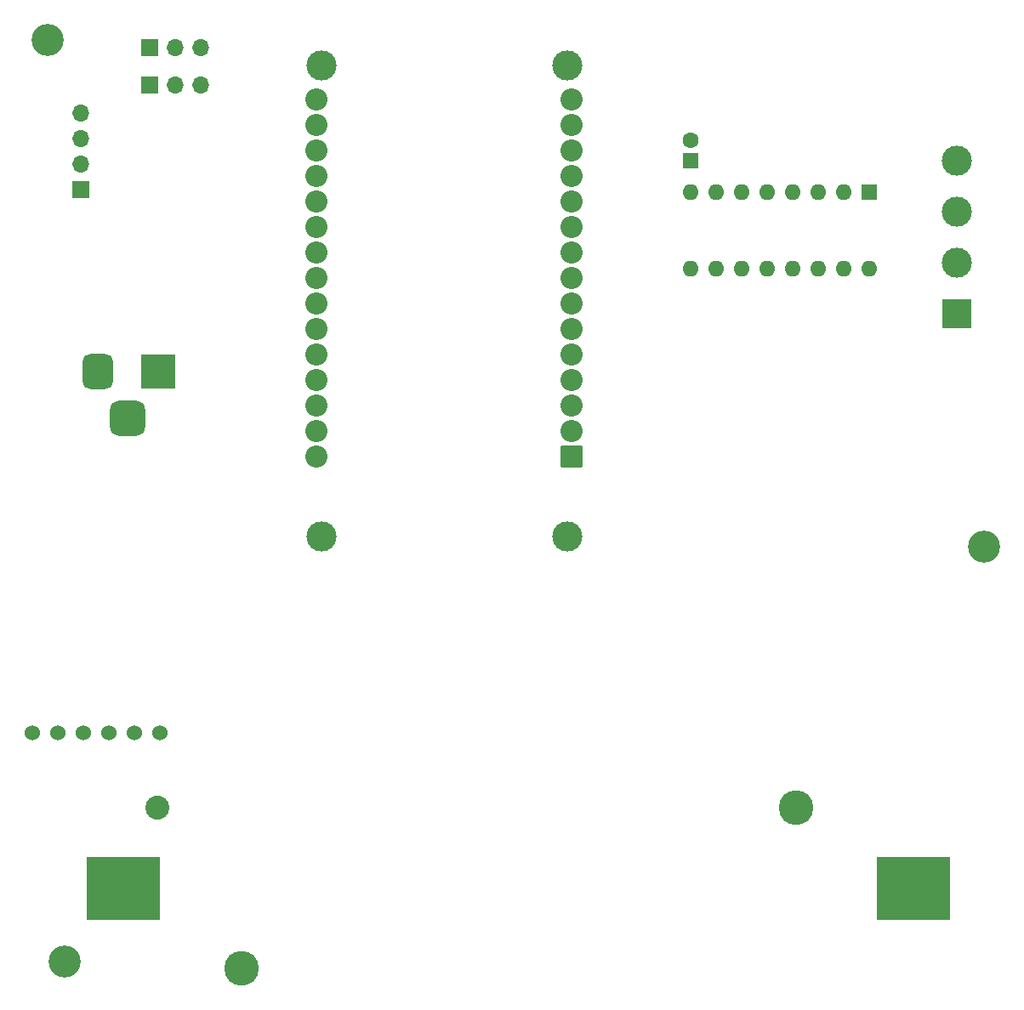
<source format=gbr>
%TF.GenerationSoftware,KiCad,Pcbnew,8.0.4+dfsg-1*%
%TF.CreationDate,2024-08-20T18:38:00-05:00*%
%TF.ProjectId,car-esp32-detector-de-obstaculos,6361722d-6573-4703-9332-2d6465746563,rev?*%
%TF.SameCoordinates,Original*%
%TF.FileFunction,Soldermask,Top*%
%TF.FilePolarity,Negative*%
%FSLAX46Y46*%
G04 Gerber Fmt 4.6, Leading zero omitted, Abs format (unit mm)*
G04 Created by KiCad (PCBNEW 8.0.4+dfsg-1) date 2024-08-20 18:38:00*
%MOMM*%
%LPD*%
G01*
G04 APERTURE LIST*
G04 Aperture macros list*
%AMRoundRect*
0 Rectangle with rounded corners*
0 $1 Rounding radius*
0 $2 $3 $4 $5 $6 $7 $8 $9 X,Y pos of 4 corners*
0 Add a 4 corners polygon primitive as box body*
4,1,4,$2,$3,$4,$5,$6,$7,$8,$9,$2,$3,0*
0 Add four circle primitives for the rounded corners*
1,1,$1+$1,$2,$3*
1,1,$1+$1,$4,$5*
1,1,$1+$1,$6,$7*
1,1,$1+$1,$8,$9*
0 Add four rect primitives between the rounded corners*
20,1,$1+$1,$2,$3,$4,$5,0*
20,1,$1+$1,$4,$5,$6,$7,0*
20,1,$1+$1,$6,$7,$8,$9,0*
20,1,$1+$1,$8,$9,$2,$3,0*%
G04 Aperture macros list end*
%ADD10C,3.200000*%
%ADD11C,3.000000*%
%ADD12RoundRect,0.102000X1.000000X1.000000X-1.000000X1.000000X-1.000000X-1.000000X1.000000X-1.000000X0*%
%ADD13C,2.204000*%
%ADD14R,3.500000X3.500000*%
%ADD15RoundRect,0.750000X-0.750000X-1.000000X0.750000X-1.000000X0.750000X1.000000X-0.750000X1.000000X0*%
%ADD16RoundRect,0.875000X-0.875000X-0.875000X0.875000X-0.875000X0.875000X0.875000X-0.875000X0.875000X0*%
%ADD17C,1.524000*%
%ADD18R,1.700000X1.700000*%
%ADD19O,1.700000X1.700000*%
%ADD20C,2.390000*%
%ADD21C,3.450000*%
%ADD22R,7.340000X6.350000*%
%ADD23R,1.600000X1.600000*%
%ADD24C,1.600000*%
%ADD25O,1.600000X1.600000*%
%ADD26R,3.000000X3.000000*%
G04 APERTURE END LIST*
D10*
%TO.C,*%
X43000000Y-38000000D03*
%TD*%
%TO.C,*%
X136200000Y-88500000D03*
%TD*%
%TO.C,REF\u002A\u002A*%
X44700000Y-129800000D03*
%TD*%
D11*
%TO.C,U1*%
X94780000Y-87475000D03*
X94780000Y-40525000D03*
X70270000Y-87475000D03*
X70270000Y-40525000D03*
D12*
X95200000Y-79515000D03*
D13*
X95200000Y-76975000D03*
X95200000Y-74435000D03*
X95200000Y-71895000D03*
X95200000Y-69355000D03*
X95200000Y-66815000D03*
X95200000Y-64275000D03*
X95200000Y-61735000D03*
X95200000Y-59195000D03*
X95200000Y-56655000D03*
X95200000Y-54115000D03*
X95200000Y-51575000D03*
X95200000Y-49035000D03*
X95200000Y-46495000D03*
X95200000Y-43955000D03*
X69800000Y-43955000D03*
X69800000Y-46495000D03*
X69800000Y-49035000D03*
X69800000Y-51575000D03*
X69800000Y-54115000D03*
X69800000Y-56655000D03*
X69800000Y-59195000D03*
X69800000Y-61735000D03*
X69800000Y-64275000D03*
X69800000Y-66815000D03*
X69800000Y-69355000D03*
X69800000Y-71895000D03*
X69800000Y-74435000D03*
X69800000Y-76975000D03*
X69800000Y-79515000D03*
%TD*%
D14*
%TO.C,J3*%
X54000000Y-71000000D03*
D15*
X48000000Y-71000000D03*
D16*
X51000000Y-75700000D03*
%TD*%
D17*
%TO.C,U3*%
X41460000Y-107000000D03*
X44000000Y-107000000D03*
X46540000Y-107000000D03*
X49080000Y-107000000D03*
X51620000Y-107000000D03*
X54160000Y-107000000D03*
%TD*%
D18*
%TO.C,J5*%
X53170000Y-42500000D03*
D19*
X55710000Y-42500000D03*
X58250000Y-42500000D03*
%TD*%
D18*
%TO.C,J2*%
X46300000Y-52940000D03*
D19*
X46300000Y-50400000D03*
X46300000Y-47860000D03*
X46300000Y-45320000D03*
%TD*%
D20*
%TO.C,BT1*%
X53970000Y-114500000D03*
D21*
X62300000Y-130500000D03*
X117500000Y-114500000D03*
D22*
X50570000Y-122500000D03*
X129230000Y-122500000D03*
%TD*%
D23*
%TO.C,C1*%
X107000000Y-50000000D03*
D24*
X107000000Y-48000000D03*
%TD*%
D18*
%TO.C,J1*%
X53170000Y-38750000D03*
D19*
X55710000Y-38750000D03*
X58250000Y-38750000D03*
%TD*%
D23*
%TO.C,U2*%
X124790000Y-53130000D03*
D25*
X122250000Y-53130000D03*
X119710000Y-53130000D03*
X117170000Y-53130000D03*
X114630000Y-53130000D03*
X112090000Y-53130000D03*
X109550000Y-53130000D03*
X107010000Y-53130000D03*
X107010000Y-60750000D03*
X109550000Y-60750000D03*
X112090000Y-60750000D03*
X114630000Y-60750000D03*
X117170000Y-60750000D03*
X119710000Y-60750000D03*
X122250000Y-60750000D03*
X124790000Y-60750000D03*
%TD*%
D26*
%TO.C,J4*%
X133500000Y-65240000D03*
D11*
X133500000Y-60160000D03*
X133500000Y-55080000D03*
X133500000Y-50000000D03*
%TD*%
M02*

</source>
